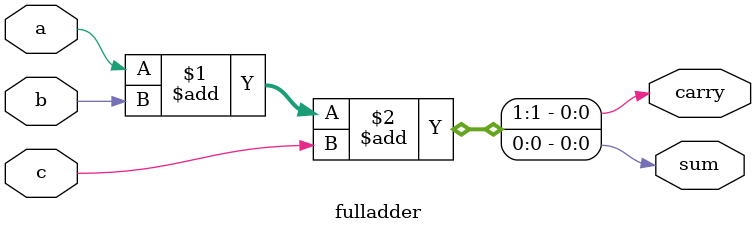
<source format=v>
module fulladder(sum,carry,a,b,c);
input a,b,c;
output sum,carry;
wire sum,carry;
assign {carry,sum}=a+b+c;

endmodule

</source>
